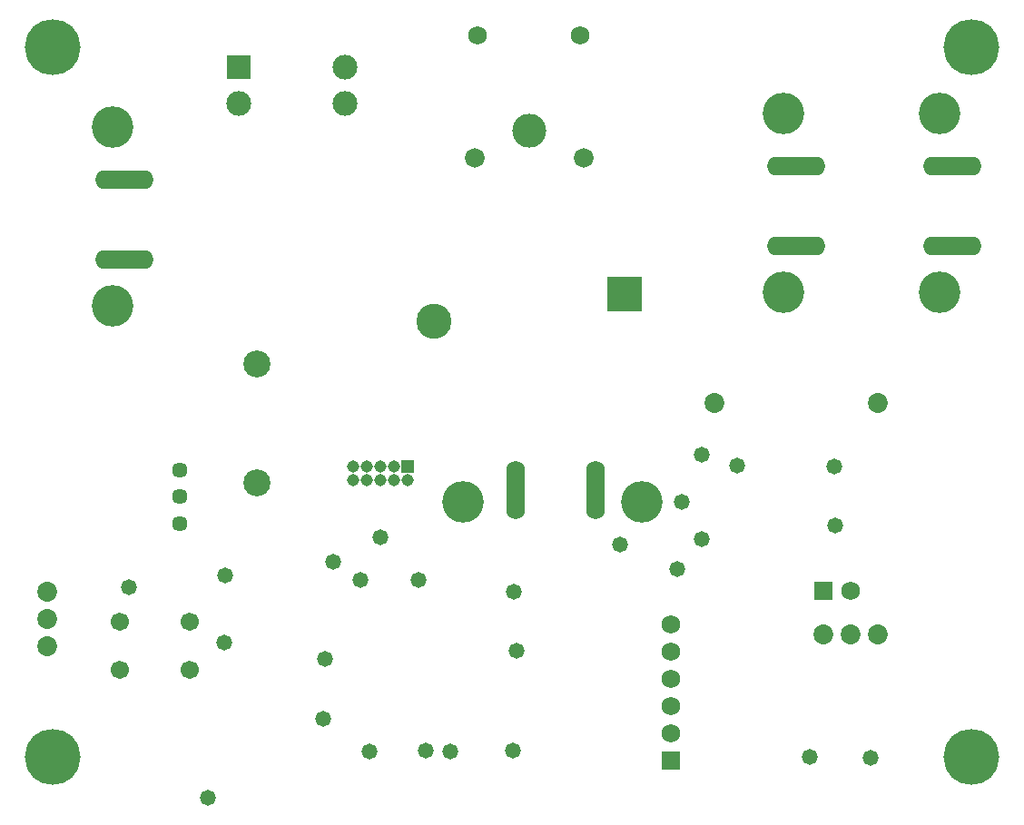
<source format=gbs>
%FSTAX23Y23*%
%MOIN*%
%SFA1B1*%

%IPPOS*%
%ADD44C,0.091000*%
%ADD45R,0.091000X0.091000*%
%ADD46O,0.215000X0.068000*%
%ADD47C,0.152000*%
%ADD48C,0.099000*%
%ADD49C,0.045000*%
%ADD50R,0.045000X0.045000*%
%ADD51O,0.068000X0.215000*%
%ADD52C,0.067000*%
%ADD53C,0.073000*%
%ADD54C,0.068000*%
%ADD55R,0.068000X0.068000*%
%ADD56C,0.057000*%
%ADD57C,0.205000*%
%ADD58C,0.073000*%
%ADD59C,0.072000*%
%ADD60C,0.129000*%
%ADD61C,0.125000*%
%ADD62R,0.125000X0.125000*%
%ADD63C,0.069000*%
%ADD64R,0.069000X0.069000*%
%ADD65C,0.058000*%
%LNbatt_man_rev2-1*%
%LPD*%
G54D44*
X0087Y03103D03*
X0126D03*
Y03237D03*
G54D45*
X0087Y03237D03*
G54D46*
X0045Y02825D03*
Y0253D03*
X0349Y02875D03*
Y0258D03*
X02915Y02875D03*
Y0258D03*
G54D47*
X00405Y03018D03*
Y0236D03*
X03444Y03068D03*
Y0241D03*
X0287Y03068D03*
Y0241D03*
X0235Y0164D03*
X01692D03*
G54D48*
X00935Y0171D03*
Y02148D03*
G54D49*
X0129Y0172D03*
X0134D03*
X0139D03*
X0144D03*
X0149D03*
X0129Y0177D03*
X0134D03*
X0139D03*
X0144D03*
G54D50*
X0149Y0177D03*
G54D51*
X0218Y01685D03*
X01885D03*
G54D52*
X00432Y012D03*
X00688D03*
X00432Y01023D03*
X00688D03*
G54D53*
X00165Y0131D03*
Y0121D03*
Y0111D03*
X03015Y01155D03*
X03115D03*
X03215D03*
G54D54*
X03115Y01315D03*
G54D55*
X03015Y01315D03*
G54D56*
X00654Y01758D03*
Y0166D03*
Y01562D03*
G54D57*
X00185Y0331D03*
Y00704D03*
X0356Y0331D03*
Y00704D03*
G54D58*
X02615Y02005D03*
X03215D03*
G54D59*
X02135Y02905D03*
X01735D03*
G54D60*
X01585Y02305D03*
G54D61*
X01935Y03005D03*
G54D62*
X02285Y02405D03*
G54D63*
X02123Y03355D03*
X01747D03*
X02455Y0119D03*
Y0109D03*
Y0099D03*
Y0089D03*
Y0079D03*
G54D64*
X02455Y0069D03*
G54D65*
X01215Y0142D03*
X00815Y01125D03*
X0118Y00845D03*
X01185Y01065D03*
X0227Y01485D03*
X01389Y0151D03*
X03055Y0177D03*
X00465Y01327D03*
X0319Y00702D03*
X02965Y00704D03*
X0306Y01555D03*
X0189Y01095D03*
X0188Y0131D03*
X01315Y01355D03*
X0153D03*
X0135Y00724D03*
X01555Y00727D03*
X01875Y00728D03*
X01645Y00724D03*
X02495Y0164D03*
X0248Y01395D03*
X02701Y01775D03*
X02568Y01505D03*
Y01815D03*
X0082Y0137D03*
X00755Y00555D03*
M02*
</source>
